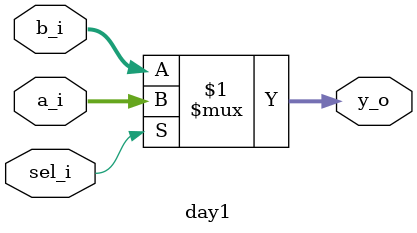
<source format=sv>

module day1 (
  input   wire [7:0]    a_i,
  input   wire [7:0]    b_i,
  input   wire          sel_i,
  output  wire [7:0]    y_o
);


  assign y_o = sel_i? a_i: b_i;

endmodule

</source>
